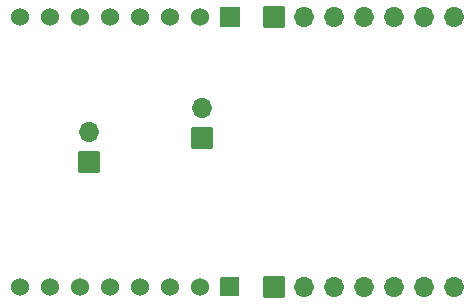
<source format=gbr>
%TF.GenerationSoftware,KiCad,Pcbnew,(6.0.8)*%
%TF.CreationDate,2023-04-10T13:30:07+02:00*%
%TF.ProjectId,LR1120_Mikrobus,4c523131-3230-45f4-9d69-6b726f627573,rev?*%
%TF.SameCoordinates,Original*%
%TF.FileFunction,Soldermask,Bot*%
%TF.FilePolarity,Negative*%
%FSLAX46Y46*%
G04 Gerber Fmt 4.6, Leading zero omitted, Abs format (unit mm)*
G04 Created by KiCad (PCBNEW (6.0.8)) date 2023-04-10 13:30:07*
%MOMM*%
%LPD*%
G01*
G04 APERTURE LIST*
G04 Aperture macros list*
%AMRoundRect*
0 Rectangle with rounded corners*
0 $1 Rounding radius*
0 $2 $3 $4 $5 $6 $7 $8 $9 X,Y pos of 4 corners*
0 Add a 4 corners polygon primitive as box body*
4,1,4,$2,$3,$4,$5,$6,$7,$8,$9,$2,$3,0*
0 Add four circle primitives for the rounded corners*
1,1,$1+$1,$2,$3*
1,1,$1+$1,$4,$5*
1,1,$1+$1,$6,$7*
1,1,$1+$1,$8,$9*
0 Add four rect primitives between the rounded corners*
20,1,$1+$1,$2,$3,$4,$5,0*
20,1,$1+$1,$4,$5,$6,$7,0*
20,1,$1+$1,$6,$7,$8,$9,0*
20,1,$1+$1,$8,$9,$2,$3,0*%
G04 Aperture macros list end*
%ADD10RoundRect,0.001000X-0.838200X0.838200X-0.838200X-0.838200X0.838200X-0.838200X0.838200X0.838200X0*%
%ADD11C,1.526000*%
%ADD12RoundRect,0.001000X-0.762000X0.762000X-0.762000X-0.762000X0.762000X-0.762000X0.762000X0.762000X0*%
%ADD13RoundRect,0.001000X0.850000X-0.850000X0.850000X0.850000X-0.850000X0.850000X-0.850000X-0.850000X0*%
%ADD14O,1.702000X1.702000*%
%ADD15RoundRect,0.001000X0.850000X0.850000X-0.850000X0.850000X-0.850000X-0.850000X0.850000X-0.850000X0*%
G04 APERTURE END LIST*
D10*
%TO.C,CON1*%
X121685000Y-101285000D03*
D11*
X119145000Y-101285000D03*
X116605000Y-101285000D03*
X114065000Y-101285000D03*
X111525000Y-101285000D03*
X108985000Y-101285000D03*
X106445000Y-101285000D03*
X103905000Y-101285000D03*
X103905000Y-124145000D03*
X106445000Y-124145000D03*
X108985000Y-124145000D03*
X111525000Y-124145000D03*
X114065000Y-124145000D03*
X116605000Y-124145000D03*
X119145000Y-124145000D03*
D12*
X121685000Y-124145000D03*
%TD*%
D13*
%TO.C,J1*%
X125400000Y-101300000D03*
D14*
X127940000Y-101300000D03*
X130480000Y-101300000D03*
X133020000Y-101300000D03*
X135560000Y-101300000D03*
X138100000Y-101300000D03*
X140640000Y-101300000D03*
%TD*%
D15*
%TO.C,VDD_RF_SW1*%
X109700000Y-113575000D03*
D14*
X109700000Y-111035000D03*
%TD*%
D15*
%TO.C,VDD_RADIO1*%
X119300000Y-111475000D03*
D14*
X119300000Y-108935000D03*
%TD*%
D13*
%TO.C,J2*%
X125360000Y-124100000D03*
D14*
X127900000Y-124100000D03*
X130440000Y-124100000D03*
X132980000Y-124100000D03*
X135520000Y-124100000D03*
X138060000Y-124100000D03*
X140600000Y-124100000D03*
%TD*%
M02*

</source>
